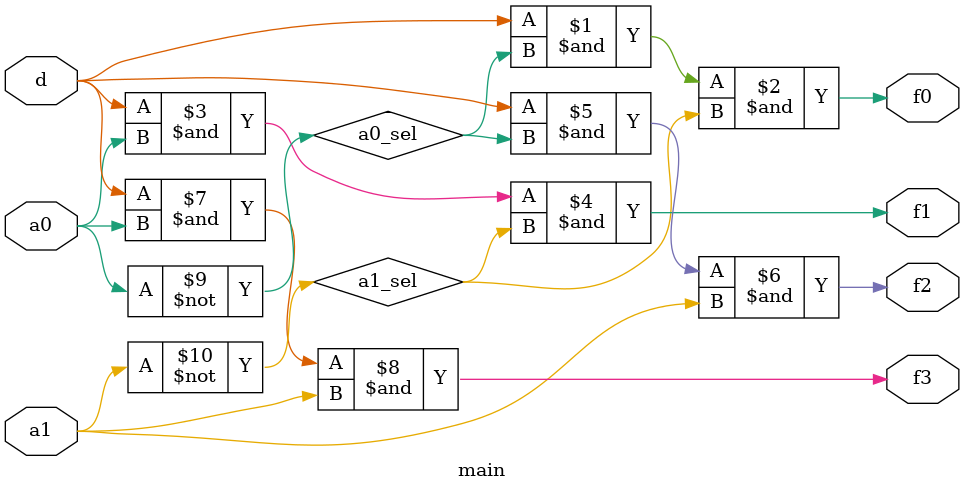
<source format=v>
`timescale 1ns / 1ps


module main(
  input d,
  input a0,
  input a1,
  output f0,
  output f1,
  output f2,
  output f3
    );
    
    wire a0_sel, a1_sel;
    not a0_n(a0_sel, a0);
    not a1_n(a1_sel, a1);
    and f0_a(f0, d, a0_sel, a1_sel);
    and f1_a(f1, d, a0, a1_sel);
    and f2_a(f2, d, a0_sel, a1);
    and f3_a(f3, d, a0, a1);
    
endmodule

</source>
